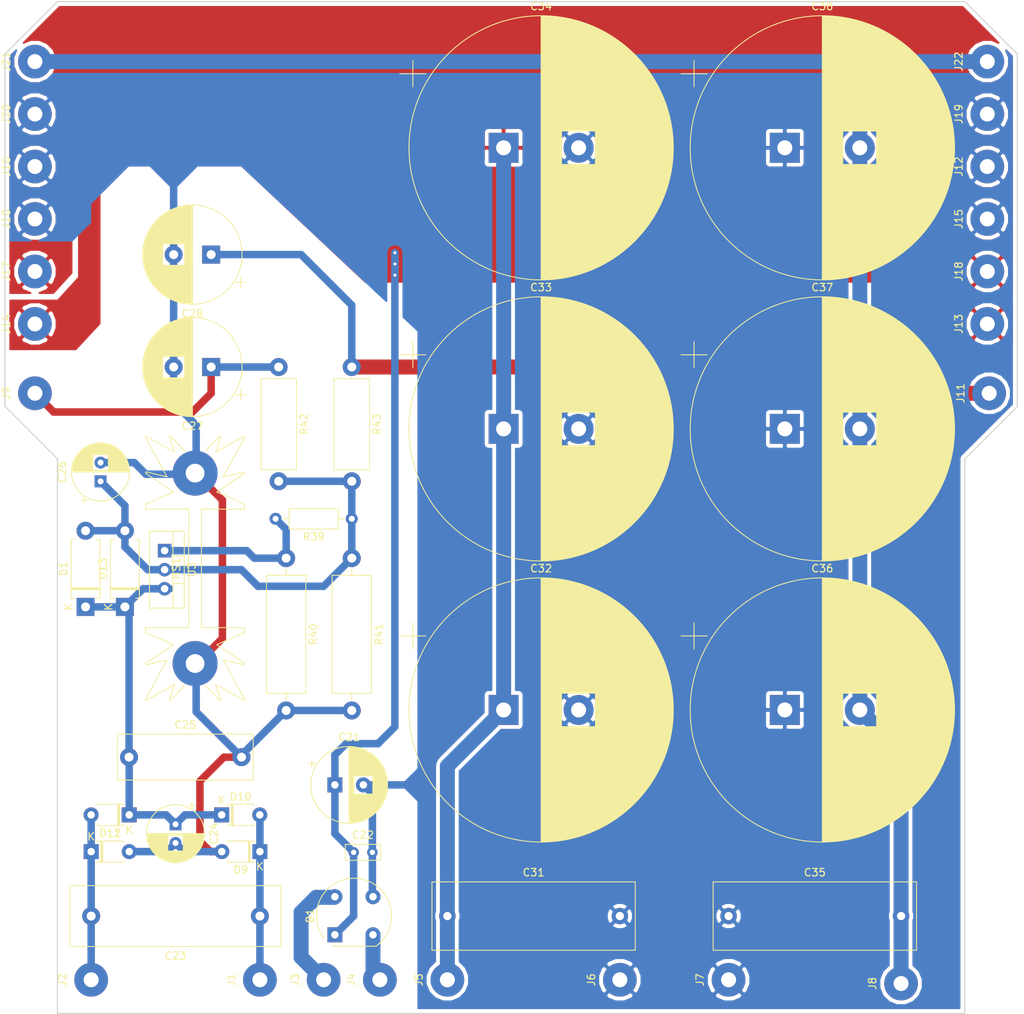
<source format=kicad_pcb>
(kicad_pcb (version 20171130) (host pcbnew "(5.0.0-rc2-dev-378-g94dbcc719)")
  (layers (0 F.Cu signal) (31 B.Cu signal) (34 B.Paste user) (35 F.Paste user) (36 B.SilkS user) (37 F.SilkS user) (38 B.Mask user) (39 F.Mask user) (44 Edge.Cuts user))
  (net 0 "")
  (net 1 "Net-(B1-Pad4)")
  (net 2 "Net-(B1-Pad2)")
  (net 3 "Net-(B1-Pad1)")
  (net 4 "Net-(R39-Pad2)")
  (net 5 "Net-(C24-Pad1)")
  (net 6 "Net-(C26-Pad1)")
  (net 7 "Net-(C23-Pad1)")
  (net 8 "Net-(C23-Pad2)")
  (net 9 GND)
  (net 10 "Net-(C27-Pad1)")
  (net 11 "Net-(C28-Pad1)")
  (net 12 "Net-(C31-Pad1)")
  (net 13 "Net-(C35-Pad2)")
  (module Capacitor_THT:CP_Radial_D10.0mm_P3.80mm (layer F.Cu) (at 73 131)
    (fp_text reference C21 (at 1.9 -6.37) (layer F.SilkS))
    (fp_text value 220u)
    (pad 1 thru_hole rect (at 0 0) (size 2 2) (drill 1) (layers *.Cu *.Mask) (net 3 "Net-(B1-Pad1)"))
    (pad 2 thru_hole circle (at 3.8 0) (size 2 2) (drill 1) (layers *.Cu *.Mask) (net 9 GND))
  )
  (module Capacitor_THT:CP_Radial_D13.0mm_P5.00mm (layer F.Cu) (at 56.5 75.25 180)
    (fp_text reference C27 (at 2.5 -7.87 180) (layer F.SilkS))
    (fp_text value 22u)
    (pad 2 thru_hole circle (at 5 0 180) (size 2.4 2.4) (drill 1.2) (layers *.Cu *.Mask) (net 9 GND))
    (pad 1 thru_hole rect (at 0 0 180) (size 2.4 2.4) (drill 1.2) (layers *.Cu *.Mask) (net 10 "Net-(C27-Pad1)"))
  )
  (module Capacitor_THT:CP_Radial_D13.0mm_P5.00mm (layer F.Cu) (at 56.5 60.25 180)
    (fp_text reference C28 (at 2.5 -7.87 180) (layer F.SilkS))
    (fp_text value 22u)
    (pad 1 thru_hole rect (at 0 0 180) (size 2.4 2.4) (drill 1.2) (layers *.Cu *.Mask) (net 11 "Net-(C28-Pad1)"))
    (pad 2 thru_hole circle (at 5 0 180) (size 2.4 2.4) (drill 1.2) (layers *.Cu *.Mask) (net 9 GND))
  )
  (module Capacitor_THT:CP_Radial_D35.0mm_P10.00mm_SnapIn (layer F.Cu) (at 133 46)
    (fp_text reference C38 (at 5 -18.87) (layer F.SilkS))
    (fp_text value 4700u)
    (pad 2 thru_hole circle (at 10 0) (size 4 4) (drill 2) (layers *.Cu *.Mask) (net 13 "Net-(C35-Pad2)"))
    (pad 1 thru_hole rect (at 0 0) (size 4 4) (drill 2) (layers *.Cu *.Mask) (net 9 GND))
  )
  (module Capacitor_THT:CP_Radial_D35.0mm_P10.00mm_SnapIn (layer F.Cu) (at 133 83.5)
    (fp_text reference C37 (at 5 -18.87) (layer F.SilkS))
    (fp_text value 4700u)
    (pad 1 thru_hole rect (at 0 0) (size 4 4) (drill 2) (layers *.Cu *.Mask) (net 9 GND))
    (pad 2 thru_hole circle (at 10 0) (size 4 4) (drill 2) (layers *.Cu *.Mask) (net 13 "Net-(C35-Pad2)"))
  )
  (module Capacitor_THT:CP_Radial_D35.0mm_P10.00mm_SnapIn (layer F.Cu) (at 133 121)
    (fp_text reference C36 (at 5 -18.87) (layer F.SilkS))
    (fp_text value 4700u)
    (pad 2 thru_hole circle (at 10 0) (size 4 4) (drill 2) (layers *.Cu *.Mask) (net 13 "Net-(C35-Pad2)"))
    (pad 1 thru_hole rect (at 0 0) (size 4 4) (drill 2) (layers *.Cu *.Mask) (net 9 GND))
  )
  (module Capacitor_THT:CP_Radial_D35.0mm_P10.00mm_SnapIn (layer F.Cu) (at 95.5 46)
    (fp_text reference C34 (at 5 -18.87) (layer F.SilkS))
    (fp_text value 4700u)
    (pad 1 thru_hole rect (at 0 0) (size 4 4) (drill 2) (layers *.Cu *.Mask) (net 12 "Net-(C31-Pad1)"))
    (pad 2 thru_hole circle (at 10 0) (size 4 4) (drill 2) (layers *.Cu *.Mask) (net 9 GND))
  )
  (module Capacitor_THT:CP_Radial_D35.0mm_P10.00mm_SnapIn (layer F.Cu) (at 95.5 121)
    (fp_text reference C32 (at 5 -18.87) (layer F.SilkS))
    (fp_text value 4700u)
    (pad 2 thru_hole circle (at 10 0) (size 4 4) (drill 2) (layers *.Cu *.Mask) (net 9 GND))
    (pad 1 thru_hole rect (at 0 0) (size 4 4) (drill 2) (layers *.Cu *.Mask) (net 12 "Net-(C31-Pad1)"))
  )
  (module Capacitor_THT:CP_Radial_D35.0mm_P10.00mm_SnapIn (layer F.Cu) (at 95.5 83.5)
    (fp_text reference C33 (at 5 -18.87) (layer F.SilkS))
    (fp_text value 4700u)
    (pad 1 thru_hole rect (at 0 0) (size 4 4) (drill 2) (layers *.Cu *.Mask) (net 12 "Net-(C31-Pad1)"))
    (pad 2 thru_hole circle (at 10 0) (size 4 4) (drill 2) (layers *.Cu *.Mask) (net 9 GND))
  )
  (module Capacitor_THT:CP_Radial_D7.5mm_P2.50mm (layer F.Cu) (at 41.75 90.5 90)
    (fp_text reference C26 (at 1.25 -5.12 90) (layer F.SilkS))
    (fp_text value 10u)
    (pad 2 thru_hole circle (at 2.5 0 90) (size 1.6 1.6) (drill 0.8) (layers *.Cu *.Mask) (net 9 GND))
    (pad 1 thru_hole rect (at 0 0 90) (size 1.6 1.6) (drill 0.8) (layers *.Cu *.Mask) (net 6 "Net-(C26-Pad1)"))
  )
  (module Capacitor_THT:CP_Radial_D7.5mm_P2.50mm (layer F.Cu) (at 51.75 136.25 270)
    (fp_text reference C24 (at 1.25 -5.12 270) (layer F.SilkS))
    (fp_text value 150u)
    (pad 1 thru_hole rect (at 0 0 270) (size 1.6 1.6) (drill 0.8) (layers *.Cu *.Mask) (net 5 "Net-(C24-Pad1)"))
    (pad 2 thru_hole circle (at 2.5 0 270) (size 1.6 1.6) (drill 0.8) (layers *.Cu *.Mask) (net 9 GND))
  )
  (module Capacitor_THT:C_Rect_L18.0mm_W6.0mm_P15.00mm_FKS3_FKP3 (layer F.Cu) (at 45.55 127.3)
    (fp_text reference C25 (at 7.5 -4.31) (layer F.SilkS))
    (fp_text value 100n)
    (pad 1 thru_hole circle (at 0 0) (size 2.4 2.4) (drill 1.2) (layers *.Cu *.Mask) (net 5 "Net-(C24-Pad1)"))
    (pad 2 thru_hole circle (at 15 0) (size 2.4 2.4) (drill 1.2) (layers *.Cu *.Mask) (net 9 GND))
  )
  (module Capacitor_THT:C_Rect_L27.0mm_W9.0mm_P23.00mm (layer F.Cu) (at 88 148.5)
    (fp_text reference C31 (at 11.5 -5.81) (layer F.SilkS))
    (fp_text value 2n2)
    (pad 2 thru_hole circle (at 23 0) (size 2.2 2.2) (drill 1.1) (layers *.Cu *.Mask) (net 9 GND))
    (pad 1 thru_hole circle (at 0 0) (size 2.2 2.2) (drill 1.1) (layers *.Cu *.Mask) (net 12 "Net-(C31-Pad1)"))
  )
  (module Capacitor_THT:C_Rect_L27.0mm_W9.0mm_P23.00mm (layer F.Cu) (at 125.5 148.5)
    (fp_text reference C35 (at 11.5 -5.81) (layer F.SilkS))
    (fp_text value 2n2)
    (pad 1 thru_hole circle (at 0 0) (size 2.2 2.2) (drill 1.1) (layers *.Cu *.Mask) (net 9 GND))
    (pad 2 thru_hole circle (at 23 0) (size 2.2 2.2) (drill 1.1) (layers *.Cu *.Mask) (net 13 "Net-(C35-Pad2)"))
  )
  (module Capacitor_THT:C_Rect_L28.0mm_W8.0mm_P22.50mm_MKS4 (layer F.Cu) (at 63 148.5 180)
    (fp_text reference C23 (at 11.25 -5.31 180) (layer F.SilkS))
    (fp_text value 2n2)
    (pad 1 thru_hole circle (at 0 0 180) (size 2.4 2.4) (drill 1.2) (layers *.Cu *.Mask) (net 7 "Net-(C23-Pad1)"))
    (pad 2 thru_hole circle (at 22.5 0 180) (size 2.4 2.4) (drill 1.2) (layers *.Cu *.Mask) (net 8 "Net-(C23-Pad2)"))
  )
  (module Capacitor_THT:C_Rect_L4.6mm_W2.0mm_P2.50mm_MKS02_FKP02 (layer F.Cu) (at 75.5 140)
    (fp_text reference C22 (at 1.25 -2.31) (layer F.SilkS))
    (fp_text value 100n)
    (pad 1 thru_hole circle (at 0 0) (size 1.4 1.4) (drill 0.7) (layers *.Cu *.Mask) (net 3 "Net-(B1-Pad1)"))
    (pad 2 thru_hole circle (at 2.5 0) (size 1.4 1.4) (drill 0.7) (layers *.Cu *.Mask) (net 9 GND))
  )
  (module Diode_THT:D_DO-15_P10.16mm_Horizontal (layer F.Cu) (at 39.75 107.25 90)
    (fp_text reference D1 (at 5.08 -2.92 90) (layer F.SilkS))
    (fp_text value 110V)
    (fp_text user K (at 0 -2.2 90) (layer F.SilkS))
    (pad 2 thru_hole oval (at 10.16 0 90) (size 2.4 2.4) (drill 1.2) (layers *.Cu *.Mask) (net 6 "Net-(C26-Pad1)"))
    (pad 1 thru_hole rect (at 0 0 90) (size 2.4 2.4) (drill 1.2) (layers *.Cu *.Mask) (net 5 "Net-(C24-Pad1)"))
  )
  (module Diode_THT:D_DO-15_P10.16mm_Horizontal (layer F.Cu) (at 45 107.25 90)
    (fp_text reference D13 (at 5.08 -2.92 90) (layer F.SilkS))
    (fp_text value 1N4007)
    (fp_text user K (at 0 -2.2 90) (layer F.SilkS))
    (pad 1 thru_hole rect (at 0 0 90) (size 2.4 2.4) (drill 1.2) (layers *.Cu *.Mask) (net 5 "Net-(C24-Pad1)"))
    (pad 2 thru_hole oval (at 10.16 0 90) (size 2.4 2.4) (drill 1.2) (layers *.Cu *.Mask) (net 6 "Net-(C26-Pad1)"))
  )
  (module Diode_THT:D_T-1_P5.08mm_Horizontal (layer F.Cu) (at 57.9 135)
    (fp_text reference D10 (at 2.54 -2.42) (layer F.SilkS))
    (fp_text value BY228)
    (fp_text user K (at 0 -2) (layer F.SilkS))
    (pad 2 thru_hole oval (at 5.08 0) (size 2 2) (drill 1) (layers *.Cu *.Mask) (net 7 "Net-(C23-Pad1)"))
    (pad 1 thru_hole rect (at 0 0) (size 2 2) (drill 1) (layers *.Cu *.Mask) (net 5 "Net-(C24-Pad1)"))
  )
  (module Diode_THT:D_T-1_P5.08mm_Horizontal (layer F.Cu) (at 63 139.9 180)
    (fp_text reference D9 (at 2.54 -2.42 180) (layer F.SilkS))
    (fp_text value BY228)
    (fp_text user K (at 0 -2 180) (layer F.SilkS))
    (pad 1 thru_hole rect (at 0 0 180) (size 2 2) (drill 1) (layers *.Cu *.Mask) (net 7 "Net-(C23-Pad1)"))
    (pad 2 thru_hole oval (at 5.08 0 180) (size 2 2) (drill 1) (layers *.Cu *.Mask) (net 9 GND))
  )
  (module Diode_THT:D_T-1_P5.08mm_Horizontal (layer F.Cu) (at 40.5 139.9)
    (fp_text reference D11 (at 2.54 -2.42) (layer F.SilkS))
    (fp_text value BY228)
    (fp_text user K (at 0 -2) (layer F.SilkS))
    (pad 2 thru_hole oval (at 5.08 0) (size 2 2) (drill 1) (layers *.Cu *.Mask) (net 9 GND))
    (pad 1 thru_hole rect (at 0 0) (size 2 2) (drill 1) (layers *.Cu *.Mask) (net 8 "Net-(C23-Pad2)"))
  )
  (module Diode_THT:D_T-1_P5.08mm_Horizontal (layer F.Cu) (at 45.57 135 180)
    (fp_text reference D12 (at 2.54 -2.42 180) (layer F.SilkS))
    (fp_text value BY228)
    (fp_text user K (at 0 -2 180) (layer F.SilkS))
    (pad 1 thru_hole rect (at 0 0 180) (size 2 2) (drill 1) (layers *.Cu *.Mask) (net 5 "Net-(C24-Pad1)"))
    (pad 2 thru_hole oval (at 5.08 0 180) (size 2 2) (drill 1) (layers *.Cu *.Mask) (net 8 "Net-(C23-Pad2)"))
  )
  (module Package_TO_SOT_THT:TO-220-3_Vertical (layer F.Cu) (at 50.292 99.75 270)
    (fp_text reference U3 (at 2.54 -3.62 270) (layer F.SilkS))
    (fp_text value TL783)
    (pad 1 thru_hole rect (at 0 0 270) (size 1.8 1.8) (drill 1) (layers *.Cu *.Mask) (net 4 "Net-(R39-Pad2)"))
    (pad 2 thru_hole oval (at 2.54 0 270) (size 1.8 1.8) (drill 1) (layers *.Cu *.Mask) (net 6 "Net-(C26-Pad1)"))
    (pad 3 thru_hole oval (at 5.08 0 270) (size 1.8 1.8) (drill 1) (layers *.Cu *.Mask) (net 5 "Net-(C24-Pad1)"))
  )
  (module Resistor_THT:R_Axial_DIN0207_L6.3mm_D2.5mm_P10.16mm_Horizontal (layer F.Cu) (at 75.25 95.5 180)
    (fp_text reference R39 (at 5.08 -2.37 180) (layer F.SilkS))
    (fp_text value 330)
    (pad 1 thru_hole circle (at 0 0 180) (size 1.6 1.6) (drill 0.8) (layers *.Cu *.Mask) (net 6 "Net-(C26-Pad1)"))
    (pad 2 thru_hole oval (at 10.16 0 180) (size 1.6 1.6) (drill 0.8) (layers *.Cu *.Mask) (net 4 "Net-(R39-Pad2)"))
  )
  (module Resistor_THT:R_Axial_DIN0414_L11.9mm_D4.5mm_P15.24mm_Horizontal (layer F.Cu) (at 65.5 75.25 270)
    (fp_text reference R42 (at 7.62 -3.37 270) (layer F.SilkS))
    (fp_text value 1k)
    (pad 2 thru_hole oval (at 15.24 0 270) (size 2.4 2.4) (drill 1.2) (layers *.Cu *.Mask) (net 6 "Net-(C26-Pad1)"))
    (pad 1 thru_hole circle (at 0 0 270) (size 2.4 2.4) (drill 1.2) (layers *.Cu *.Mask) (net 10 "Net-(C27-Pad1)"))
  )
  (module Resistor_THT:R_Axial_DIN0414_L11.9mm_D4.5mm_P15.24mm_Horizontal (layer F.Cu) (at 75.25 75.25 270)
    (fp_text reference R43 (at 7.62 -3.37 270) (layer F.SilkS))
    (fp_text value 1k)
    (pad 1 thru_hole circle (at 0 0 270) (size 2.4 2.4) (drill 1.2) (layers *.Cu *.Mask) (net 11 "Net-(C28-Pad1)"))
    (pad 2 thru_hole oval (at 15.24 0 270) (size 2.4 2.4) (drill 1.2) (layers *.Cu *.Mask) (net 6 "Net-(C26-Pad1)"))
  )
  (module Resistor_THT:R_Axial_DIN0516_L15.5mm_D5.0mm_P20.32mm_Horizontal (layer F.Cu) (at 66.5 100.75 270)
    (fp_text reference R40 (at 10.16 -3.62 270) (layer F.SilkS))
    (fp_text value 82k)
    (pad 2 thru_hole oval (at 20.32 0 270) (size 2.4 2.4) (drill 1.2) (layers *.Cu *.Mask) (net 9 GND))
    (pad 1 thru_hole circle (at 0 0 270) (size 2.4 2.4) (drill 1.2) (layers *.Cu *.Mask) (net 4 "Net-(R39-Pad2)"))
  )
  (module Resistor_THT:R_Axial_DIN0516_L15.5mm_D5.0mm_P20.32mm_Horizontal (layer F.Cu) (at 75.25 100.75 270)
    (fp_text reference R41 (at 10.16 -3.62 270) (layer F.SilkS))
    (fp_text value 50k)
    (pad 1 thru_hole circle (at 0 0 270) (size 2.4 2.4) (drill 1.2) (layers *.Cu *.Mask) (net 6 "Net-(C26-Pad1)"))
    (pad 2 thru_hole oval (at 20.32 0 270) (size 2.4 2.4) (drill 1.2) (layers *.Cu *.Mask) (net 9 GND))
  )
  (module Connector_Wire:SolderWirePad_single_2mmDrill (layer F.Cu) (at 33 62.5 90)
    (fp_text reference J17 (at 0 -3.81 90) (layer F.SilkS))
    (fp_text value +38V)
    (pad 1 thru_hole circle (at 0 0 90) (size 4.50088 4.50088) (drill 1.99898) (layers *.Cu *.Mask) (net 12 "Net-(C31-Pad1)"))
  )
  (module Connector_Wire:SolderWirePad_single_2mmDrill (layer F.Cu) (at 160.25 78.75 90)
    (fp_text reference J11 (at 0 -3.81 90) (layer F.SilkS))
    (fp_text value +310V-L)
    (pad 1 thru_hole circle (at 0 0 90) (size 4.50088 4.50088) (drill 1.99898) (layers *.Cu *.Mask) (net 11 "Net-(C28-Pad1)"))
  )
  (module Connector_Wire:SolderWirePad_single_2mmDrill (layer F.Cu) (at 160 48.5 90)
    (fp_text reference J12 (at 0 -3.81 90) (layer F.SilkS))
    (fp_text value 0V)
    (pad 1 thru_hole circle (at 0 0 90) (size 4.50088 4.50088) (drill 1.99898) (layers *.Cu *.Mask) (net 9 GND))
  )
  (module Connector_Wire:SolderWirePad_single_2mmDrill (layer F.Cu) (at 33 55.5 90)
    (fp_text reference J10 (at 0 -3.81 90) (layer F.SilkS))
    (fp_text value 0V)
    (pad 1 thru_hole circle (at 0 0 90) (size 4.50088 4.50088) (drill 1.99898) (layers *.Cu *.Mask) (net 9 GND))
  )
  (module Connector_Wire:SolderWirePad_single_2mmDrill (layer F.Cu) (at 33 78.75 90)
    (fp_text reference J9 (at 0 -3.81 90) (layer F.SilkS))
    (fp_text value +310V-R)
    (pad 1 thru_hole circle (at 0 0 90) (size 4.50088 4.50088) (drill 1.99898) (layers *.Cu *.Mask) (net 10 "Net-(C27-Pad1)"))
  )
  (module Connector_Wire:SolderWirePad_single_2mmDrill (layer F.Cu) (at 71.5 157 90)
    (fp_text reference J3 (at 0 -3.81 90) (layer F.SilkS))
    (fp_text value 30V-A)
    (pad 1 thru_hole circle (at 0 0 90) (size 4.50088 4.50088) (drill 1.99898) (layers *.Cu *.Mask) (net 1 "Net-(B1-Pad4)"))
  )
  (module Connector_Wire:SolderWirePad_single_2mmDrill (layer F.Cu) (at 148.5 157.5 90)
    (fp_text reference J8 (at 0 -3.81 90) (layer F.SilkS))
    (fp_text value 28V-D)
    (pad 1 thru_hole circle (at 0 0 90) (size 4.50088 4.50088) (drill 1.99898) (layers *.Cu *.Mask) (net 13 "Net-(C35-Pad2)"))
  )
  (module Connector_Wire:SolderWirePad_single_2mmDrill (layer F.Cu) (at 160 69.5 90)
    (fp_text reference J13 (at 0 -3.81 90) (layer F.SilkS))
    (fp_text value +42V)
    (pad 1 thru_hole circle (at 0 0 90) (size 4.50088 4.50088) (drill 1.99898) (layers *.Cu *.Mask) (net 3 "Net-(B1-Pad1)"))
  )
  (module Connector_Wire:SolderWirePad_single_2mmDrill (layer F.Cu) (at 33 69.5 90)
    (fp_text reference J14 (at 0 -3.81 90) (layer F.SilkS))
    (fp_text value +42V)
    (pad 1 thru_hole circle (at 0 0 90) (size 4.50088 4.50088) (drill 1.99898) (layers *.Cu *.Mask) (net 3 "Net-(B1-Pad1)"))
  )
  (module Connector_Wire:SolderWirePad_single_2mmDrill (layer F.Cu) (at 160 55.5 90)
    (fp_text reference J15 (at 0 -3.81 90) (layer F.SilkS))
    (fp_text value 0V)
    (pad 1 thru_hole circle (at 0 0 90) (size 4.50088 4.50088) (drill 1.99898) (layers *.Cu *.Mask) (net 9 GND))
  )
  (module Connector_Wire:SolderWirePad_single_2mmDrill (layer F.Cu) (at 33 48.5 90)
    (fp_text reference J16 (at 0 -3.81 90) (layer F.SilkS))
    (fp_text value 0V)
    (pad 1 thru_hole circle (at 0 0 90) (size 4.50088 4.50088) (drill 1.99898) (layers *.Cu *.Mask) (net 9 GND))
  )
  (module Connector_Wire:SolderWirePad_single_2mmDrill (layer F.Cu) (at 160 62.5 90)
    (fp_text reference J18 (at 0 -3.81 90) (layer F.SilkS))
    (fp_text value +38V)
    (pad 1 thru_hole circle (at 0 0 90) (size 4.50088 4.50088) (drill 1.99898) (layers *.Cu *.Mask) (net 12 "Net-(C31-Pad1)"))
  )
  (module Connector_Wire:SolderWirePad_single_2mmDrill (layer F.Cu) (at 33 41.5 90)
    (fp_text reference J20 (at 0 -3.81 90) (layer F.SilkS))
    (fp_text value 0V)
    (pad 1 thru_hole circle (at 0 0 90) (size 4.50088 4.50088) (drill 1.99898) (layers *.Cu *.Mask) (net 9 GND))
  )
  (module Connector_Wire:SolderWirePad_single_2mmDrill (layer F.Cu) (at 33 34.5 90)
    (fp_text reference J21 (at 0 -3.81 90) (layer F.SilkS))
    (fp_text value -38V)
    (pad 1 thru_hole circle (at 0 0 90) (size 4.50088 4.50088) (drill 1.99898) (layers *.Cu *.Mask) (net 13 "Net-(C35-Pad2)"))
  )
  (module Connector_Wire:SolderWirePad_single_2mmDrill (layer F.Cu) (at 160 34.5 90)
    (fp_text reference J22 (at 0 -3.81 90) (layer F.SilkS))
    (fp_text value -38V)
    (pad 1 thru_hole circle (at 0 0 90) (size 4.50088 4.50088) (drill 1.99898) (layers *.Cu *.Mask) (net 13 "Net-(C35-Pad2)"))
  )
  (module Connector_Wire:SolderWirePad_single_2mmDrill (layer F.Cu) (at 111 157 90)
    (fp_text reference J6 (at 0 -3.81 90) (layer F.SilkS))
    (fp_text value 28V-B)
    (pad 1 thru_hole circle (at 0 0 90) (size 4.50088 4.50088) (drill 1.99898) (layers *.Cu *.Mask) (net 9 GND))
  )
  (module Connector_Wire:SolderWirePad_single_2mmDrill (layer F.Cu) (at 88 157 90)
    (fp_text reference J5 (at 0 -3.81 90) (layer F.SilkS))
    (fp_text value 28V-A)
    (pad 1 thru_hole circle (at 0 0 90) (size 4.50088 4.50088) (drill 1.99898) (layers *.Cu *.Mask) (net 12 "Net-(C31-Pad1)"))
  )
  (module Connector_Wire:SolderWirePad_single_2mmDrill (layer F.Cu) (at 79 157 90)
    (fp_text reference J4 (at 0 -3.81 90) (layer F.SilkS))
    (fp_text value 30V-B)
    (pad 1 thru_hole circle (at 0 0 90) (size 4.50088 4.50088) (drill 1.99898) (layers *.Cu *.Mask) (net 2 "Net-(B1-Pad2)"))
  )
  (module Connector_Wire:SolderWirePad_single_2mmDrill (layer F.Cu) (at 40.5 157 90)
    (fp_text reference J2 (at 0 -3.81 90) (layer F.SilkS))
    (fp_text value 250V-B)
    (pad 1 thru_hole circle (at 0 0 90) (size 4.50088 4.50088) (drill 1.99898) (layers *.Cu *.Mask) (net 8 "Net-(C23-Pad2)"))
  )
  (module Connector_Wire:SolderWirePad_single_2mmDrill (layer F.Cu) (at 63 157 90)
    (fp_text reference J1 (at 0 -3.81 90) (layer F.SilkS))
    (fp_text value 250V-A)
    (pad 1 thru_hole circle (at 0 0 90) (size 4.50088 4.50088) (drill 1.99898) (layers *.Cu *.Mask) (net 7 "Net-(C23-Pad1)"))
  )
  (module Connector_Wire:SolderWirePad_single_2mmDrill (layer F.Cu) (at 125.5 157 90)
    (fp_text reference J7 (at 0 -3.81 90) (layer F.SilkS))
    (fp_text value 28V-C)
    (pad 1 thru_hole circle (at 0 0 90) (size 4.50088 4.50088) (drill 1.99898) (layers *.Cu *.Mask) (net 9 GND))
  )
  (module Connector_Wire:SolderWirePad_single_2mmDrill (layer F.Cu) (at 160 41.5 90)
    (fp_text reference J19 (at 0 -3.81 90) (layer F.SilkS))
    (fp_text value 0V)
    (pad 1 thru_hole circle (at 0 0 90) (size 4.50088 4.50088) (drill 1.99898) (layers *.Cu *.Mask) (net 9 GND))
  )
  (module Diode_THT:Diode_Bridge_Round_D9.8mm (layer F.Cu) (at 73 151 90)
    (fp_text reference B1 (at 2.54 -3.302 90) (layer F.SilkS))
    (fp_text value D_Bridge_+A-A)
    (pad 4 thru_hole oval (at 5.08 0 90) (size 2 2) (drill 1) (layers *.Cu *.Mask) (net 1 "Net-(B1-Pad4)"))
    (pad 2 thru_hole oval (at 0 5.08 90) (size 2 2) (drill 1) (layers *.Cu *.Mask) (net 2 "Net-(B1-Pad2)"))
    (pad 3 thru_hole oval (at 5.08 5.08 90) (size 2 2) (drill 1) (layers *.Cu *.Mask) (net 9 GND))
    (pad 1 thru_hole rect (at 0 0 90) (size 2 2) (drill 1) (layers *.Cu *.Mask) (net 3 "Net-(B1-Pad1)"))
  )
  (module Heatsink:Heatsink_Fischer_SK104-STC-STIC_35x13mm_2xDrill2.5mm (layer F.Cu) (at 54.356 102.108 90)
    (fp_text reference HS1 (at -0.025 -2.5 90) (layer F.SilkS))
    (fp_text value Heatsink_PAD)
    (pad 1 thru_hole circle (at 12.7 0 90) (size 6 6) (drill 2.5) (layers *.Cu *.Mask) (net 9 GND))
    (pad 1 thru_hole circle (at -12.7 0 270) (size 6 6) (drill 2.5) (layers *.Cu *.Mask) (net 9 GND))
  )
  (gr_line (start 36 87.5) (end 36 161.5) (angle 90) (layer Edge.Cuts) (width 0.15))
  (gr_line (start 29 80.5) (end 36 87.5) (angle 90) (layer Edge.Cuts) (width 0.15))
  (gr_line (start 29 33.5) (end 29 80.5) (angle 90) (layer Edge.Cuts) (width 0.15))
  (gr_line (start 36 26.5) (end 29 33.5) (angle 90) (layer Edge.Cuts) (width 0.15))
  (gr_line (start 157 87.5) (end 157 161.5) (angle 90) (layer Edge.Cuts) (width 0.15))
  (gr_line (start 164 80.5) (end 157 87.5) (angle 90) (layer Edge.Cuts) (width 0.15))
  (gr_line (start 164 33.5) (end 164 80.5) (angle 90) (layer Edge.Cuts) (width 0.15))
  (gr_line (start 157 26.5) (end 164 33.5) (angle 90) (layer Edge.Cuts) (width 0.15))
  (gr_line (start 157 26.5) (end 36 26.5) (angle 90) (layer Edge.Cuts) (width 0.15))
  (gr_line (start 157 161.5) (end 36 161.5) (angle 90) (layer Edge.Cuts) (width 0.15))
  (segment (start 73 145.92) (end 72.92 146) (width 2) (layer B.Cu) (net 1))
  (segment (start 72.92 146) (end 70.5 146) (width 2) (layer B.Cu) (net 1))
  (segment (start 70.5 146) (end 68.5 148) (width 2) (layer B.Cu) (net 1))
  (segment (start 68.5 148) (end 68.5 154) (width 2) (layer B.Cu) (net 1))
  (segment (start 68.5 154) (end 71.5 157) (width 2) (layer B.Cu) (net 1))
  (segment (start 79 157) (end 78.08 156.08) (width 2) (layer B.Cu) (net 2))
  (segment (start 78.08 156.08) (end 78.08 151) (width 2) (layer B.Cu) (net 2))
  (via (at 81 61.5) (size 0.6) (drill 0.4) (layers F.Cu B.Cu) (net 3))
  (segment (start 73 127) (end 74.5 125.5) (width 1) (layer B.Cu) (net 3))
  (segment (start 74.5 125.5) (end 78.75 125.5) (width 1) (layer B.Cu) (net 3))
  (segment (start 78.75 125.5) (end 81 123.25) (width 1) (layer B.Cu) (net 3))
  (segment (start 81 61.5) (end 81 60) (width 1) (layer B.Cu) (net 3))
  (segment (start 81 63) (end 81 61.5) (width 1) (layer B.Cu) (net 3))
  (segment (start 81 123.25) (end 81 63) (width 1) (layer B.Cu) (net 3))
  (via (at 81 60) (size 0.6) (drill 0.4) (layers F.Cu B.Cu) (net 3))
  (segment (start 73 131) (end 73 127) (width 1) (layer B.Cu) (net 3))
  (via (at 81 63) (size 0.6) (drill 0.4) (layers F.Cu B.Cu) (net 3))
  (segment (start 75.5 140) (end 73 137.5) (width 1) (layer B.Cu) (net 3))
  (segment (start 73 137.5) (end 73 131) (width 1) (layer B.Cu) (net 3))
  (segment (start 73 151) (end 75.5 148.5) (width 1) (layer B.Cu) (net 3))
  (segment (start 75.5 148.5) (end 75.5 140) (width 1) (layer B.Cu) (net 3))
  (segment (start 66.5 100.75) (end 66.5 96.91) (width 1) (layer B.Cu) (net 4))
  (segment (start 66.5 96.91) (end 65.09 95.5) (width 1) (layer B.Cu) (net 4))
  (segment (start 61.25 99.75) (end 51 99.75) (width 1) (layer B.Cu) (net 4))
  (segment (start 61.25 99.75) (end 62.25 100.75) (width 1) (layer B.Cu) (net 4))
  (segment (start 66.5 100.75) (end 62.25 100.75) (width 1) (layer B.Cu) (net 4))
  (segment (start 45.55 127.3) (end 45.55 107.8) (width 1) (layer B.Cu) (net 5))
  (segment (start 45.55 107.8) (end 45 107.25) (width 1) (layer B.Cu) (net 5))
  (segment (start 45.57 135) (end 45.57 127.32) (width 1) (layer B.Cu) (net 5))
  (segment (start 45.57 127.32) (end 45.55 127.3) (width 1) (layer B.Cu) (net 5))
  (segment (start 51 104.83) (end 47.42 104.83) (width 1) (layer B.Cu) (net 5))
  (segment (start 47.42 104.83) (end 45 107.25) (width 1) (layer B.Cu) (net 5))
  (segment (start 45 107.25) (end 39.75 107.25) (width 1) (layer B.Cu) (net 5))
  (segment (start 57.9 135) (end 53 135) (width 1) (layer B.Cu) (net 5))
  (segment (start 53 135) (end 51.75 136.25) (width 1) (layer B.Cu) (net 5))
  (segment (start 45.57 135) (end 50.5 135) (width 1) (layer B.Cu) (net 5))
  (segment (start 50.5 135) (end 51.75 136.25) (width 1) (layer B.Cu) (net 5))
  (segment (start 75.25 95.5) (end 75.25 90.49) (width 1) (layer B.Cu) (net 6))
  (segment (start 75.25 90.49) (end 65.5 90.49) (width 1) (layer B.Cu) (net 6))
  (segment (start 75.25 100.75) (end 75.25 95.5) (width 1) (layer B.Cu) (net 6))
  (segment (start 51 102.29) (end 60.54 102.29) (width 1) (layer B.Cu) (net 6))
  (segment (start 71.5 104.5) (end 75.25 100.75) (width 1) (layer B.Cu) (net 6))
  (segment (start 62.75 104.5) (end 71.5 104.5) (width 1) (layer B.Cu) (net 6))
  (segment (start 60.54 102.29) (end 62.75 104.5) (width 1) (layer B.Cu) (net 6))
  (segment (start 45 97.09) (end 45 93.75) (width 1) (layer B.Cu) (net 6))
  (segment (start 45 93.75) (end 41.75 90.5) (width 1) (layer B.Cu) (net 6))
  (segment (start 45 97.09) (end 45 99.25) (width 1) (layer B.Cu) (net 6))
  (segment (start 48.04 102.29) (end 45 99.25) (width 1) (layer B.Cu) (net 6))
  (segment (start 48.04 102.29) (end 51 102.29) (width 1) (layer B.Cu) (net 6))
  (segment (start 45 97.09) (end 39.75 97.09) (width 1) (layer B.Cu) (net 6))
  (segment (start 63 139.9) (end 63 135.02) (width 1) (layer B.Cu) (net 7))
  (segment (start 63 135.02) (end 62.98 135) (width 1) (layer B.Cu) (net 7))
  (segment (start 63 148.5) (end 63 139.9) (width 1) (layer B.Cu) (net 7))
  (segment (start 63 157) (end 63 148.5) (width 1) (layer B.Cu) (net 7))
  (segment (start 40.5 139.9) (end 40.5 135.01) (width 1) (layer B.Cu) (net 8))
  (segment (start 40.5 135.01) (end 40.49 135) (width 1) (layer B.Cu) (net 8))
  (segment (start 40.5 148.5) (end 40.5 139.9) (width 1) (layer B.Cu) (net 8))
  (segment (start 40.5 157) (end 40.5 148.5) (width 1) (layer B.Cu) (net 8))
  (segment (start 83 131) (end 83.5 131) (width 1) (layer B.Cu) (net 9))
  (segment (start 83.5 131) (end 84 131.5) (width 1) (layer B.Cu) (net 9))
  (segment (start 82.5 131) (end 83 131) (width 1) (layer B.Cu) (net 9))
  (segment (start 83.5 131) (end 84 130.5) (width 1) (layer B.Cu) (net 9))
  (segment (start 82.5 131) (end 85 133.5) (width 1) (layer B.Cu) (net 9))
  (segment (start 76.8 131) (end 82.5 131) (width 1) (layer B.Cu) (net 9))
  (segment (start 82.5 131) (end 85 128.5) (width 1) (layer B.Cu) (net 9))
  (segment (start 51.5 49.5) (end 51.5 49) (width 1) (layer B.Cu) (net 9))
  (segment (start 51.5 49) (end 52 48.5) (width 1) (layer B.Cu) (net 9))
  (segment (start 51.5 50) (end 51.5 49.5) (width 1) (layer B.Cu) (net 9))
  (segment (start 51.5 49) (end 51 48.5) (width 1) (layer B.Cu) (net 9))
  (segment (start 51.5 50.5) (end 51.5 50) (width 1) (layer B.Cu) (net 9))
  (segment (start 51.5 50) (end 53 48.5) (width 1) (layer B.Cu) (net 9))
  (segment (start 51.5 51) (end 51.5 50.5) (width 1) (layer B.Cu) (net 9))
  (segment (start 51.5 50) (end 50 48.5) (width 1) (layer B.Cu) (net 9))
  (segment (start 51.5 51.5) (end 51.5 51) (width 1) (layer B.Cu) (net 9))
  (segment (start 51.5 51) (end 55 47.5) (width 1) (layer B.Cu) (net 9))
  (segment (start 51.5 60.25) (end 51.5 51.5) (width 1) (layer B.Cu) (net 9))
  (segment (start 51.5 51) (end 48 47.5) (width 1) (layer B.Cu) (net 9))
  (segment (start 76.8 131) (end 77 131) (width 1) (layer B.Cu) (net 9))
  (segment (start 78.08 145.92) (end 78 145.84) (width 1) (layer B.Cu) (net 9))
  (segment (start 78 145.84) (end 78 140) (width 1) (layer B.Cu) (net 9))
  (segment (start 78 140) (end 78 132.2) (width 1) (layer B.Cu) (net 9))
  (segment (start 78 132.2) (end 76.8 131) (width 1) (layer B.Cu) (net 9))
  (segment (start 54.5 89.55) (end 54.55 89.55) (width 1) (layer F.Cu) (net 9))
  (segment (start 54.55 89.55) (end 58 93) (width 1) (layer F.Cu) (net 9))
  (segment (start 58 111.45) (end 54.5 114.95) (width 1) (layer F.Cu) (net 9))
  (segment (start 58 93) (end 58 111.45) (width 1) (layer F.Cu) (net 9))
  (segment (start 60.55 127.3) (end 60.55 127.02) (width 1) (layer B.Cu) (net 9))
  (segment (start 60.55 127.02) (end 66.5 121.07) (width 1) (layer B.Cu) (net 9))
  (segment (start 54.5 114.95) (end 54.5 121.25) (width 1) (layer B.Cu) (net 9))
  (segment (start 54.5 121.25) (end 60.55 127.3) (width 1) (layer B.Cu) (net 9))
  (segment (start 57.92 139.9) (end 56.4 139.9) (width 1) (layer F.Cu) (net 9))
  (segment (start 56.4 139.9) (end 55 138.5) (width 1) (layer F.Cu) (net 9))
  (segment (start 55 138.5) (end 55 130.5) (width 1) (layer F.Cu) (net 9))
  (segment (start 55 130.5) (end 58.2 127.3) (width 1) (layer F.Cu) (net 9))
  (segment (start 58.2 127.3) (end 60.55 127.3) (width 1) (layer F.Cu) (net 9))
  (segment (start 51.5 75.25) (end 51.5 80) (width 1) (layer B.Cu) (net 9))
  (segment (start 54.5 83) (end 54.5 89.55) (width 1) (layer B.Cu) (net 9))
  (segment (start 51.5 80) (end 54.5 83) (width 1) (layer B.Cu) (net 9))
  (segment (start 51.5 75.25) (end 51.5 60.25) (width 1) (layer B.Cu) (net 9))
  (segment (start 66.5 121.07) (end 75.25 121.07) (width 1) (layer B.Cu) (net 9))
  (segment (start 41.75 88) (end 46.25 88) (width 1) (layer B.Cu) (net 9))
  (segment (start 47.8 89.55) (end 54.5 89.55) (width 1) (layer B.Cu) (net 9))
  (segment (start 47.8 89.55) (end 46.25 88) (width 1) (layer B.Cu) (net 9))
  (segment (start 45.58 139.9) (end 50.6 139.9) (width 1) (layer B.Cu) (net 9))
  (segment (start 50.6 139.9) (end 51.75 138.75) (width 1) (layer B.Cu) (net 9))
  (segment (start 57.92 139.9) (end 52.9 139.9) (width 1) (layer B.Cu) (net 9))
  (segment (start 52.9 139.9) (end 51.75 138.75) (width 1) (layer B.Cu) (net 9))
  (segment (start 56.5 75.25) (end 56.5 78.75) (width 1) (layer F.Cu) (net 10))
  (segment (start 35.5 81.25) (end 33 78.75) (width 1) (layer F.Cu) (net 10))
  (segment (start 54 81.25) (end 35.5 81.25) (width 1) (layer F.Cu) (net 10))
  (segment (start 56.5 78.75) (end 54 81.25) (width 1) (layer F.Cu) (net 10))
  (segment (start 65.5 75.25) (end 56.5 75.25) (width 1) (layer B.Cu) (net 10))
  (segment (start 75.25 75.25) (end 148.25 75.25) (width 2) (layer F.Cu) (net 11))
  (segment (start 151.75 78.75) (end 160.25 78.75) (width 2) (layer F.Cu) (net 11))
  (segment (start 148.25 75.25) (end 151.75 78.75) (width 2) (layer F.Cu) (net 11))
  (segment (start 75.25 75.25) (end 75.25 67) (width 1) (layer B.Cu) (net 11))
  (segment (start 68.5 60.25) (end 56.5 60.25) (width 1) (layer B.Cu) (net 11))
  (segment (start 75.25 67) (end 68.5 60.25) (width 1) (layer B.Cu) (net 11))
  (segment (start 88 157) (end 88 148.5) (width 2) (layer B.Cu) (net 12))
  (segment (start 88 148.5) (end 88 128.5) (width 2) (layer B.Cu) (net 12))
  (segment (start 88 128.5) (end 95.5 121) (width 2) (layer B.Cu) (net 12))
  (segment (start 95.5 121) (end 95.5 83.5) (width 2) (layer B.Cu) (net 12))
  (segment (start 95.5 83.5) (end 95.5 46) (width 2) (layer B.Cu) (net 12))
  (segment (start 143 36) (end 142.5 36) (width 2) (layer B.Cu) (net 13))
  (segment (start 142.5 36) (end 141 34.5) (width 2) (layer B.Cu) (net 13))
  (segment (start 143 38) (end 143 36) (width 2) (layer B.Cu) (net 13))
  (segment (start 143 36) (end 144.5 34.5) (width 2) (layer B.Cu) (net 13))
  (segment (start 143 38) (end 146.5 34.5) (width 2) (layer B.Cu) (net 13))
  (segment (start 146.5 34.5) (end 146 34.5) (width 2) (layer B.Cu) (net 13))
  (segment (start 143 46) (end 143 38) (width 2) (layer B.Cu) (net 13))
  (segment (start 143 38) (end 139.5 34.5) (width 2) (layer B.Cu) (net 13))
  (segment (start 160 34.5) (end 146 34.5) (width 2) (layer B.Cu) (net 13))
  (segment (start 146 34.5) (end 144.5 34.5) (width 2) (layer B.Cu) (net 13))
  (segment (start 144.5 34.5) (end 141 34.5) (width 2) (layer B.Cu) (net 13))
  (segment (start 141 34.5) (end 139.5 34.5) (width 2) (layer B.Cu) (net 13))
  (segment (start 139.5 34.5) (end 33 34.5) (width 2) (layer B.Cu) (net 13))
  (segment (start 143 46) (end 143 83.5) (width 2) (layer B.Cu) (net 13))
  (segment (start 143 83.5) (end 143 121) (width 2) (layer B.Cu) (net 13))
  (segment (start 148.5 157.5) (end 148.5 148.5) (width 2) (layer B.Cu) (net 13))
  (segment (start 143 121) (end 148.5 126.5) (width 2) (layer B.Cu) (net 13))
  (segment (start 148.5 126.5) (end 148.5 148.5) (width 2) (layer B.Cu) (net 13))
  (zone (net 9) (net_name GND) (layer B.Cu) (connect_pads (clearance 0.508)) (min_thickness 0.254) (fill yes (arc_segments 16) (thermal_gap 0.508) (thermal_bridge_width 0.508))
    (polygon (pts (xy 36 26.5) (xy 157 26.5) (xy 164 33.5) (xy 164 80.5) (xy 157 87.5) (xy 157 161.5) (xy 84 161.5) (xy 84 70.5) (xy 60.5 48.5) (xy 45.5 48.5) (xy 40.5 53.5) (xy 40.5 56) (xy 38 58.5) (xy 29 58.5) (xy 29 33.5)))
  )
  (zone (net 12) (net_name "Net-(C31-Pad1)") (layer F.Cu) (connect_pads (clearance 0.508)) (min_thickness 0.254) (fill yes (arc_segments 16) (thermal_gap 0.508) (thermal_bridge_width 0.508))
    (polygon (pts (xy 36 26.5) (xy 157 26.5) (xy 164 33.5) (xy 164 65.5) (xy 158 65.5) (xy 155.25 62.75) (xy 155.25 48.25) (xy 150 43) (xy 102.75 43) (xy 98 47.75) (xy 93 47.75) (xy 88.25 43) (xy 41.5 43) (xy 38 46.5) (xy 38 62.75) (xy 35.5 65.5) (xy 29 65.5) (xy 29 33.5)))
  )
  (zone (net 3) (net_name "Net-(B1-Pad1)") (layer F.Cu) (connect_pads (clearance 0.508)) (min_thickness 0.254) (fill yes (arc_segments 16) (thermal_gap 0.508) (thermal_bridge_width 0.508))
    (polygon (pts (xy 36 66.25) (xy 38.75 63.25) (xy 38.75 47) (xy 42 43.75) (xy 88 43.75) (xy 92.75 48.5) (xy 98.25 48.5) (xy 103 43.75) (xy 149.5 43.75) (xy 154.25 48.5) (xy 154.25 63) (xy 157.75 66.5) (xy 164 66.5) (xy 164 72.5) (xy 154.75 72.5) (xy 151.75 69.75) (xy 150.25 68.5) (xy 145 64) (xy 77 64) (xy 60.5 48.5) (xy 45.5 48.5) (xy 41.75 52.25) (xy 41.75 69.5) (xy 38.5 73) (xy 29 73) (xy 29 66.25)))
  )
)
</source>
